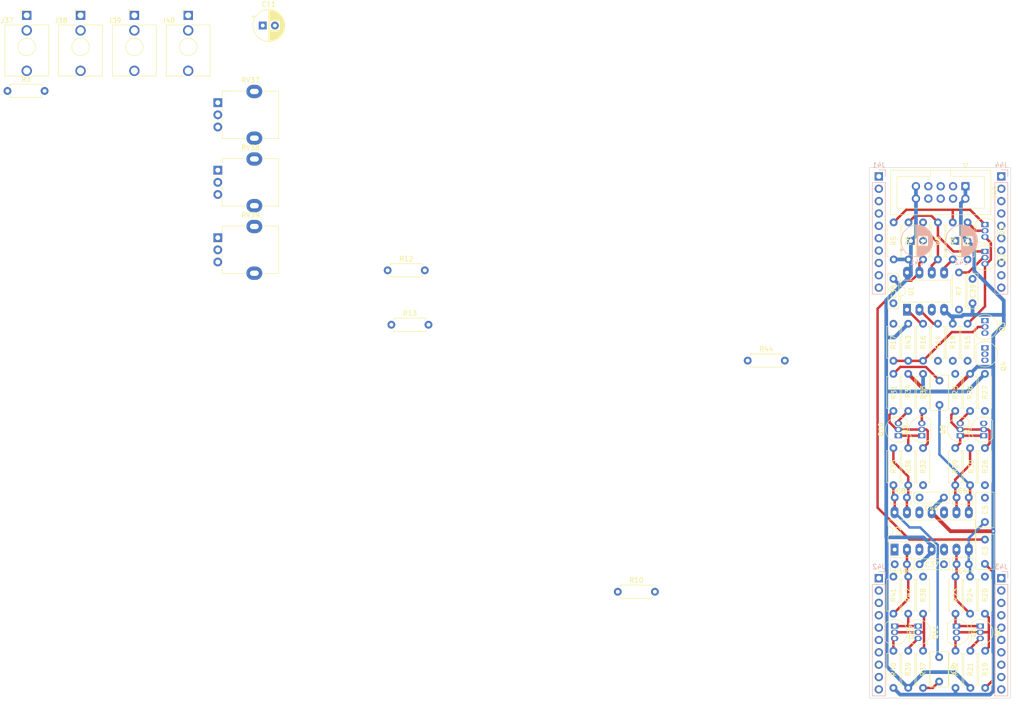
<source format=kicad_pcb>
(kicad_pcb (version 20221018) (generator pcbnew)
  (layers (0 "F.Cu" signal) (31 "B.Cu" signal) (34 "B.Paste" user) (35 "F.Paste" user) (36 "B.SilkS" user "B.Silkscreen") (37 "F.SilkS" user "F.Silkscreen") (38 "B.Mask" user) (39 "F.Mask" user) (44 "Edge.Cuts" user))
  (net 0 "")
  (net 1 "Net-(C3-Pad1)")
  (net 2 "Net-(C3-Pad2)")
  (net 3 "Net-(U2B--)")
  (net 4 "Net-(C4-Pad2)")
  (net 5 "Net-(C5-Pad2)")
  (net 6 "Net-(U2C--)")
  (net 7 "Net-(C6-Pad2)")
  (net 8 "Net-(C7-Pad2)")
  (net 9 "Net-(U2D--)")
  (net 10 "Net-(C8-Pad2)")
  (net 11 "Net-(C9-Pad2)")
  (net 12 "Net-(U2A--)")
  (net 13 "Net-(C10-Pad2)")
  (net 14 "Net-(C11-Pad2)")
  (net 15 "GND")
  (net 16 "+12V")
  (net 17 "-12V")
  (net 18 "Net-(J37-PadT)")
  (net 19 "Net-(J38-PadT)")
  (net 20 "Net-(J39-PadT)")
  (net 21 "Net-(Q1-C)")
  (net 22 "Net-(Q1-B)")
  (net 23 "Net-(Q1-E)")
  (net 24 "Net-(Q2-C)")
  (net 25 "Net-(Q2-B)")
  (net 26 "Net-(Q3-B)")
  (net 27 "Net-(Q3-E)")
  (net 28 "Net-(Q4-C)")
  (net 29 "Net-(Q5-C)")
  (net 30 "Net-(Q5-B)")
  (net 31 "Net-(Q5-E)")
  (net 32 "Net-(Q6-E)")
  (net 33 "Net-(Q7-C)")
  (net 34 "Net-(Q7-B)")
  (net 35 "Net-(Q7-E)")
  (net 36 "Net-(Q8-E)")
  (net 37 "Net-(Q10-C)")
  (net 38 "Net-(Q10-B)")
  (net 39 "Net-(Q9-E)")
  (net 40 "Net-(Q10-E)")
  (net 41 "Net-(Q11-C)")
  (net 42 "Net-(Q11-B)")
  (net 43 "Net-(Q11-E)")
  (net 44 "Net-(Q12-E)")
  (net 45 "Net-(U1B--)")
  (net 46 "Net-(U1B-+)")
  (net 47 "Net-(R12-Pad1)")
  (net 48 "Net-(U1A--)")
  (net 49 "Net-(R13-Pad1)")
  (net 50 "Net-(R14-Pad2)")
  (net 51 "Net-(R44-Pad1)")
  (footprint "Capacitor_THT:CP_Radial_D6.3mm_P2.50mm" (layer "F.Cu") (at 75.438 20.828)
    (fp_text reference "C11")
    (fp_text value "10µ")
  )
  (footprint "Capacitor_THT:C_Rect_L7.0mm_W2.0mm_P5.00mm" (layer "F.Cu") (at 215.292 117.796 180)
    (fp_text reference "C40")
    (fp_text value "100n")
  )
  (footprint "Connector_Audio:Jack_3.5mm_QingPu_WQP-PJ398SM_Vertical_CircularHoles" (layer "F.Cu") (at 49.086759 18.732)
    (fp_text reference "J39")
    (fp_text value "In")
  )
  (footprint "Package_TO_SOT_THT:TO-92_Inline" (layer "F.Cu") (at 210.76 105.096 90)
    (fp_text reference "Q9")
    (fp_text value "BC557")
  )
  (footprint "Capacitor_THT:C_Rect_L7.0mm_W3.5mm_P5.00mm" (layer "F.Cu") (at 214.376 98.766 90)
    (fp_text reference "C7")
    (fp_text value "680n")
  )
  (footprint "Resistor_THT:R_Axial_DIN0207_L6.3mm_D2.5mm_P7.62mm_Horizontal" (layer "F.Cu") (at 204.918 141.672 90)
    (fp_text reference "R41")
    (fp_text value "120k")
  )
  (footprint "Capacitor_THT:C_Rect_L7.0mm_W2.0mm_P5.00mm" (layer "F.Cu") (at 215.292 131.512 180)
    (fp_text reference "C37")
    (fp_text value "100n")
  )
  (footprint "Resistor_THT:R_Axial_DIN0207_L6.3mm_D2.5mm_P7.62mm_Horizontal" (layer "F.Cu") (at 207.966 100.016 90)
    (fp_text reference "R34")
    (fp_text value "22k")
  )
  (footprint "Resistor_THT:R_Axial_DIN0207_L6.3mm_D2.5mm_P7.62mm_Horizontal" (layer "F.Cu") (at 207.966 156.912 90)
    (fp_text reference "R39")
    (fp_text value "22k")
  )
  (footprint "Potentiometer_THT:Potentiometer_Alpha_RD901F-40-00D_Single_Vertical" (layer "F.Cu") (at 66.216759 36.672)
    (fp_text reference "RV37")
    (fp_text value "CV1")
  )
  (footprint "Resistor_THT:R_Axial_DIN0207_L6.3mm_D2.5mm_P7.62mm_Horizontal" (layer "F.Cu") (at 148.336 137.16)
    (fp_text reference "R10")
    (fp_text value "150k")
  )
  (footprint "Resistor_THT:R_Axial_DIN0207_L6.3mm_D2.5mm_P7.62mm_Horizontal" (layer "F.Cu") (at 214.062 61.267805 -90)
    (fp_text reference "R8")
    (fp_text value "15k")
  )
  (footprint "Resistor_THT:R_Axial_DIN0207_L6.3mm_D2.5mm_P7.62mm_Horizontal" (layer "F.Cu") (at 211.014 82.095805 -90)
    (fp_text reference "R16")
    (fp_text value "100k")
  )
  (footprint "Package_TO_SOT_THT:TO-92_Inline" (layer "F.Cu") (at 223.714 87.062 -90)
    (fp_text reference "Q4")
    (fp_text value "BC547")
  )
  (footprint "Connector_Audio:Jack_3.5mm_QingPu_WQP-PJ398SM_Vertical_CircularHoles" (layer "F.Cu") (at 60.136759 18.732)
    (fp_text reference "J40")
    (fp_text value "Out")
  )
  (footprint "Resistor_THT:R_Axial_DIN0207_L6.3mm_D2.5mm_P7.62mm_Horizontal" (layer "F.Cu") (at 207.966 107.636 -90)
    (fp_text reference "R36")
    (fp_text value "10k")
  )
  (footprint "Resistor_THT:R_Axial_DIN0207_L6.3mm_D2.5mm_P7.62mm_Horizontal" (layer "F.Cu") (at 214.062 82.095805 -90)
    (fp_text reference "R14")
    (fp_text value "150k")
  )
  (footprint "Capacitor_THT:C_Rect_L7.0mm_W3.5mm_P5.00mm" (layer "F.Cu") (at 223.714 122.836 90)
    (fp_text reference "C5")
    (fp_text value "680n")
  )
  (footprint "Capacitor_THT:C_Rect_L7.0mm_W2.0mm_P5.00mm" (layer "F.Cu") (at 221.174 77.878 90)
    (fp_text reference "C39")
    (fp_text value "100n")
  )
  (footprint "Capacitor_THT:C_Rect_L7.0mm_W2.0mm_P5.00mm" (layer "F.Cu") (at 204.918 77.878 90)
    (fp_text reference "C38")
    (fp_text value "100n")
  )
  (footprint "Resistor_THT:R_Axial_DIN0207_L6.3mm_D2.5mm_P7.62mm_Horizontal" (layer "F.Cu") (at 211.014 141.672 90)
    (fp_text reference "R38")
    (fp_text value "68k")
  )
  (footprint "Capacitor_THT:C_Rect_L4.0mm_W2.5mm_P2.50mm" (layer "F.Cu") (at 207.692 117.796 180)
    (fp_text reference "C8")
    (fp_text value "27p")
  )
  (footprint "Resistor_THT:R_Axial_DIN0207_L6.3mm_D2.5mm_P7.62mm_Horizontal" (layer "F.Cu") (at 217.11 89.715805 90)
    (fp_text reference "R18")
    (fp_text value "18k")
  )
  (footprint "Resistor_THT:R_Axial_DIN0207_L6.3mm_D2.5mm_P7.62mm_Horizontal" (layer "F.Cu") (at 207.966 141.672 90)
    (fp_text reference "R42")
    (fp_text value "10k")
  )
  (footprint "Package_TO_SOT_THT:TO-92_Inline" (layer "F.Cu") (at 223.714 81.474 -90)
    (fp_text reference "Q3")
    (fp_text value "BC547")
  )
  (footprint "Resistor_THT:R_Axial_DIN0207_L6.3mm_D2.5mm_P7.62mm_Horizontal" (layer "F.Cu") (at 217.672 149.292 -90)
    (fp_text reference "R22")
    (fp_text value "22k")
  )
  (footprint "Resistor_THT:R_Axial_DIN0207_L6.3mm_D2.5mm_P7.62mm_Horizontal" (layer "F.Cu") (at 220.158 61.267805 -90)
    (fp_text reference "R4")
    (fp_text value "820R")
  )
  (footprint "Resistor_THT:R_Axial_DIN0207_L6.3mm_D2.5mm_P7.62mm_Horizontal" (layer "F.Cu") (at 211.014 107.636 -90)
    (fp_text reference "R32")
    (fp_text value "68k")
  )
  (footprint "Capacitor_THT:C_Rect_L7.0mm_W3.5mm_P5.00mm" (layer "F.Cu") (at 214.316 150.602 -90)
    (fp_text reference "C9")
    (fp_text value "680n")
  )
  (footprint "Package_DIP:DIP-8_W7.62mm_LongPads" (layer "F.Cu") (at 207.722 79.203 90)
    (fp_text reference "U1")
    (fp_text value "TL072")
  )
  (footprint "Package_TO_SOT_THT:TO-92_Inline" (layer "F.Cu") (at 217.872 144.212 -90)
    (fp_text reference "Q6")
    (fp_text value "BC547")
  )
  (footprint "Resistor_THT:R_Axial_DIN0207_L6.3mm_D2.5mm_P7.62mm_Horizontal" (layer "F.Cu") (at 223.714 141.672 90)
    (fp_text reference "R20")
    (fp_text value "68k")
  )
  (footprint "Resistor_THT:R_Axial_DIN0207_L6.3mm_D2.5mm_P7.62mm_Horizontal" (layer "F.Cu") (at 204.918 149.292 -90)
    (fp_text reference "R40")
    (fp_text value "22k")
  )
  (footprint "Connector_Audio:Jack_3.5mm_QingPu_WQP-PJ398SM_Vertical_CircularHoles" (layer "F.Cu") (at 38.036759 18.732)
    (fp_text reference "J38")
    (fp_text value "CV2")
  )
  (footprint "Package_TO_SOT_THT:TO-92_Inline" (layer "F.Cu") (at 223.7232 67.2338 -90)
    (fp_text reference "Q2")
    (fp_text value "BC547")
  )
  (footprint "Package_TO_SOT_THT:TO-92_Inline" (layer "F.Cu") (at 223.714 61.722 -90)
    (fp_text reference "Q1")
    (fp_text value "BC547")
  )
  (footprint "Resistor_THT:R_Axial_DIN0207_L6.3mm_D2.5mm_P7.62mm_Horizontal" (layer "F.Cu") (at 208.026 68.887805 90)
    (fp_text reference "R6")
    (fp_text value "15k")
  )
  (footprint "Package_TO_SOT_THT:TO-92_Inline" (layer "F.Cu") (at 205.934 105.096 90)
    (fp_text reference "Q10")
    (fp_text value "BC547")
  )
  (footprint "Resistor_THT:R_Axial_DIN0207_L6.3mm_D2.5mm_P7.62mm_Horizontal" (layer "F.Cu") (at 217.672 141.672 90)
    (fp_text reference "R23")
    (fp_text value "10k")
  )
  (footprint "Resistor_THT:R_Axial_DIN0207_L6.3mm_D2.5mm_P7.62mm_Horizontal" (layer "F.Cu") (at 223.714 92.396 -90)
    (fp_text reference "R27")
    (fp_text value "22k")
  )
  (footprint "Resistor_THT:R_Axial_DIN0207_L6.3mm_D2.5mm_P7.62mm_Horizontal" (layer "F.Cu") (at 217.618 92.396 -90)
    (fp_text reference "R25")
    (fp_text value "27k")
  )
  (footprint "Resistor_THT:R_Axial_DIN0207_L6.3mm_D2.5mm_P7.62mm_Horizontal" (layer "F.Cu") (at 207.966 82.095805 -90)
    (fp_text reference "R43")
    (fp_text value "120k")
  )
  (footprint "Resistor_THT:R_Axial_DIN0207_L6.3mm_D2.5mm_P7.62mm_Horizontal" (layer "F.Cu") (at 101.854 82.296)
    (fp_text reference "R13")
    (fp_text value "270k")
  )
  (footprint "Package_TO_SOT_THT:TO-92_Inline" (layer "F.Cu") (at 218.634 105.096 90)
    (fp_text reference "Q8")
    (fp_text value "BC547")
  )
  (footprint "Resistor_THT:R_Axial_DIN0207_L6.3mm_D2.5mm_P7.62mm_Horizontal" (layer "F.Cu") (at 101.092 71.12)
    (fp_text reference "R12")
    (fp_text value "270k")
  )
  (footprint "Resistor_THT:R_Axial_DIN0207_L6.3mm_D2.5mm_P7.62mm_Horizontal" (layer "F.Cu") (at 223.714 107.636 -90)
    (fp_text reference "R26")
    (fp_text value "68k")
  )
  (footprint "Resistor_THT:R_Axial_DIN0207_L6.3mm_D2.5mm_P7.62mm_Horizontal" (layer "F.Cu") (at 211.014 156.912 90)
    (fp_text reference "R37")
    (fp_text value "27k")
  )
  (footprint "Resistor_THT:R_Axial_DIN0207_L6.3mm_D2.5mm_P7.62mm_Horizontal" (layer "F.Cu") (at 223.768 156.912 90)
    (fp_text reference "R19")
    (fp_text value "27k")
  )
  (footprint "Capacitor_THT:C_Rect_L4.0mm_W2.5mm_P2.50mm" (layer "F.Cu") (at 217.892 131.512)
    (fp_text reference "C4")
    (fp_text value "27p")
  )
  (footprint "Resistor_THT:R_Axial_DIN0207_L6.3mm_D2.5mm_P7.62mm_Horizontal" (layer "F.Cu") (at 204.918 89.715805 90)
    (fp_text reference "R17")
    (fp_text value "1.5k")
  )
  (footprint "Package_TO_SOT_THT:TO-92_Inline" (layer "F.Cu") (at 209.998 144.212 -90)
    (fp_text reference "Q11")
    (fp_text value "BC557")
  )
  (footprint "Resistor_THT:R_Axial_DIN0207_L6.3mm_D2.5mm_P7.62mm_Horizontal" (layer "F.Cu") (at 204.918 92.396 -90)
    (fp_text reference "R31")
    (fp_text value "27k")
  )
  (footprint "Package_DIP:DIP-14_W7.62mm_LongPads" (layer "F.Cu") (at 205.167 128.479 90)
    (fp_text reference "U2")
    (fp_text value "TL074")
  )
  (footprint "Resistor_THT:R_Axial_DIN0207_L6.3mm_D2.5mm_P7.62mm_Horizontal" (layer "F.Cu") (at 211.014 92.396 -90)
    (fp_text reference "R33")
    (fp_text value "22k")
  )
  (footprint "Resistor_THT:R_Axial_DIN0207_L6.3mm_D2.5mm_P7.62mm_Horizontal" (layer "F.Cu") (at 217.11 61.267805 -90)
    (fp_text reference "R9")
    (fp_text value "15k")
  )
  (footprint "Package_TO_SOT_THT:TO-92_Inline" (layer "F.Cu") (at 205.172 144.212 -90)
    (fp_text reference "Q12")
    (fp_text value "BC547")
  )
  (footprint "Resistor_THT:R_Axial_DIN0207_L6.3mm_D2.5mm_P7.62mm_Horizontal" (layer "F.Cu") (at 220.666 141.672 90)
    (fp_text reference "R24")
    (fp_text value "120k")
  )
  (footprint "Potentiometer_THT:Potentiometer_Alpha_RD901F-40-00D_Single_Vertical" (layer "F.Cu") (at 66.216759 50.542)
    (fp_text reference "RV38")
    (fp_text value "CV2")
  )
  (footprint "Connector_IDC:IDC-Header_2x05_P2.54mm_Vertical" (layer "F.Cu") (at 219.71 53.848 -90)
    (fp_text reference "J45")
    (fp_text value "Conn_02x05_Odd_Even")
  )
  (footprint "Resistor_THT:R_Axial_DIN0207_L6.3mm_D2.5mm_P7.62mm_Horizontal" (layer "F.Cu") (at 220.666 107.636 -90)
    (fp_text reference "R30")
    (fp_text value "120k")
  )
  (footprint "Resistor_THT:R_Axial_DIN0207_L6.3mm_D2.5mm_P7.62mm_Horizontal" (layer "F.Cu") (at 220.158 82.095805 -90)
    (fp_text reference "R15")
    (fp_text value "10")
  )
  (footprint "Resistor_THT:R_Axial_DIN0207_L6.3mm_D2.5mm_P7.62mm_Horizontal" (layer "F.Cu") (at 204.918 107.636 -90)
    (fp_text reference "R35")
    (fp_text value "120k")
  )
  (footprint "Resistor_THT:R_Axial_DIN0207_L6.3mm_D2.5mm_P7.62mm_Horizontal" (layer "F.Cu") (at 217.618 107.636 -90)
    (fp_text reference "R29")
    (fp_text value "10k")
  )
  (footprint "Resistor_THT:R_Axial_DIN0207_L6.3mm_D2.5mm_P7.62mm_Horizontal" (layer "F.Cu") (at 220.72 156.912 90)
    (fp_text reference "R21")
    (fp_text value "22k")
  )
  (footprint "Resistor_THT:R_Axial_DIN0207_L6.3mm_D2.5mm_P7.62mm_Horizontal" (layer "F.Cu") (at 23.036759 34.262)
    (fp_text reference "R3")
    (fp_text value "120k")
  )
  (footprint "Connector_Audio:Jack_3.5mm_QingPu_WQP-PJ398SM_Vertical_CircularHoles" (layer "F.Cu") (at 26.986759 18.732)
    (fp_text reference "J37")
    (fp_text value "CV1")
  )
  (footprint "Capacitor_THT:C_Rect_L7.0mm_W3.5mm_P5.00mm" (layer "F.Cu") (at 223.714 126.432 -90)
    (fp_text reference "C3")
    (fp_text value "680n")
  )
  (footprint "Package_TO_SOT_THT:TO-92_Inline" (layer "F.Cu") (at 223.46 105.096 90)
    (fp_text reference "Q7")
    (fp_text value "BC557")
  )
  (footprint "Capacitor_THT:C_Rect_L4.0mm_W2.5mm_P2.50mm" (layer "F.Cu") (at 207.692 131.512 180)
    (fp_text reference "C10")
    (fp_text value "27p")
  )
  (footprint "Resistor_THT:R_Axial_DIN0207_L6.3mm_D2.5mm_P7.62mm_Horizontal" (layer "F.Cu") (at 204.978 68.887805 90)
    (fp_text reference "R5")
    (fp_text value "15k")
  )
  (footprint "Resistor_THT:R_Axial_DIN0207_L6.3mm_D2.5mm_P7.62mm_Horizontal" (layer "F.Cu") (at 175.006 89.662)
    (fp_text reference "R44")
    (fp_text value "270k")
  )
  (footprint "Resistor_THT:R_Axial_DIN0207_L6.3mm_D2.5mm_P7.62mm_Horizontal" (layer "F.Cu") (at 220.666 100.016 90)
    (fp_text reference "R28")
    (fp_text value "22k")
  )
  (footprint "Capacitor_THT:C_Rect_L4.0mm_W2.5mm_P2.50mm" (layer "F.Cu") (at 217.892 117.796)
    (fp_text reference "C6")
    (fp_text value "27p")
  )
  (footprint "Package_TO_SOT_THT:TO-92_Inline" (layer "F.Cu") (at 222.752 144.212 -90)
    (fp_text reference "Q5")
    (fp_text value "BC557")
  )
  (footprint "Resistor_THT:R_Axial_DIN0207_L6.3mm_D2.5mm_P7.62mm_Horizontal" (layer "F.Cu") (at 211.014 61.27 -90)
    (fp_text reference "R11")
    (fp_text value "150k")
  )
  (footprint "Potentiometer_THT:Potentiometer_Alpha_RD901F-40-00D_Single_Vertical" (layer "F.Cu") (at 66.216759 64.412)
    (fp_text reference "RV39")
    (fp_text value "Shape")
  )
  (footprint "Resistor_THT:R_Axial_DIN0207_L6.3mm_D2.5mm_P7.62mm_Horizontal" (layer "F.Cu") (at 218.38 71.568 -90)
    (fp_text reference "R7")
    (fp_text value "1k")
  )
  (footprint "Connector_PinHeader_2.54mm:PinHeader_1x10_P2.54mm_Vertical" (layer "B.Cu") (at 201.93 134.366 180)
    (fp_text reference "J42")
    (fp_text value "Conn_01x10")
  )
  (footprint "Connector_PinHeader_2.54mm:PinHeader_1x10_P2.54mm_Vertical" (layer "B.Cu") (at 201.93 51.821 180)
    (fp_text reference "J41")
    (fp_text value "Conn_01x10")
  )
  (footprint "Capacitor_THT:CP_Radial_D6.3mm_P2.50mm" (layer "B.Cu") (at 217.658 65.077805)
    (fp_text reference "C42")
    (fp_text value "47uf")
  )
  (footprint "Capacitor_THT:CP_Radial_D6.3mm_P2.50mm" (layer "B.Cu") (at 208.514 65.08)
    (fp_text reference "C41")
    (fp_text value "47uf")
  )
  (footprint "Connector_PinHeader_2.54mm:PinHeader_1x10_P2.54mm_Vertical" (layer "B.Cu") (at 227.076 51.821 180)
    (fp_text reference "J44")
    (fp_text value "Conn_01x10")
  )
  (footprint "Connector_PinHeader_2.54mm:PinHeader_1x10_P2.54mm_Vertical" (layer "B.Cu") (at 227.076 134.366 180)
    (fp_text reference "J43")
    (fp_text value "Conn_01x10")
  )
  (gr_rect (start 200 50) (end 229 159) (stroke (width 0.1)) (fill none) (layer "Edge.Cuts"))
  (segment (start 210.262 69.642) (end 211.014 68.89) (width 0.508) (layer "F.Cu") (net 1))
  (segment (start 210.262 71.583) (end 208.608 73.237) (width 0.508) (layer "F.Cu") (net 1))
  (segment (start 208.608 73.237) (end 207.433 73.237) (width 0.508) (layer "F.Cu") (net 1))
  (segment (start 201.676 119.888) (end 208.22 126.432) (width 0.508) (layer "F.Cu") (net 1))
  (segment (start 207.433 73.237) (end 201.676 78.994) (width 0.508) (layer "F.Cu") (net 1))
  (segment (start 210.262 71.583) (end 210.262 69.642) (width 0.508) (layer "F.Cu") (net 1))
  (segment (start 201.676 78.994) (end 201.676 119.888) (width 0.508) (layer "F.Cu") (net 1))
  (segment (start 208.22 126.432) (end 223.714 126.432) (width 0.508) (layer "F.Cu") (net 1))
  (segment (start 225.552 133.27) (end 223.714 131.432) (width 0.508) (layer "F.Cu") (net 2))
  (segment (start 223.768 156.912) (end 225.552 155.128) (width 0.508) (layer "F.Cu") (net 2))
  (segment (start 225.552 155.128) (end 225.552 133.27) (width 0.508) (layer "F.Cu") (net 2))
  (segment (start 217.867 128.479) (end 217.867 131.487) (width 0.508) (layer "F.Cu") (net 3))
  (segment (start 217.892 133.832) (end 217.672 134.052) (width 0.508) (layer "F.Cu") (net 3))
  (segment (start 217.672 138.678) (end 220.666 141.672) (width 0.508) (layer "F.Cu") (net 3))
  (segment (start 217.867 131.487) (end 217.892 131.512) (width 0.508) (layer "F.Cu") (net 3))
  (segment (start 217.672 134.052) (end 217.672 138.678) (width 0.508) (layer "F.Cu") (net 3))
  (segment (start 217.892 131.512) (end 217.892 133.832) (width 0.508) (layer "F.Cu") (net 3))
  (segment (start 220.407 128.479) (end 220.407 126.143) (width 0.508) (layer "B.Cu") (net 4))
  (segment (start 220.407 126.143) (end 223.714 122.836) (width 0.508) (layer "B.Cu") (net 4))
  (segment (start 220.392 131.512) (end 220.392 128.494) (width 0.508) (layer "B.Cu") (net 4))
  (segment (start 220.392 128.494) (end 220.407 128.479) (width 0.508) (layer "B.Cu") (net 4))
  (segment (start 220.666 131.786) (end 220.392 131.512) (width 0.508) (layer "B.Cu") (net 4))
  (segment (start 220.666 134.052) (end 220.666 131.786) (width 0.508) (layer "B.Cu") (net 4))
  (segment (start 217.618 115.256) (end 217.618 117.522) (width 0.508) (layer "F.Cu") (net 6))
  (segment (start 220.666 107.636) (end 220.666 111.058) (width 0.508) (layer "F.Cu") (net 6))
  (segment (start 220.666 111.058) (end 217.618 114.106) (width 0.508) (layer "F.Cu") (net 6))
  (segment (start 217.892 117.796) (end 217.892 120.834) (width 0.508) (layer "F.Cu") (net 6))
  (segment (start 217.892 120.834) (end 217.867 120.859) (width 0.508) (layer "F.Cu") (net 6))
  (segment (start 217.618 114.106) (end 217.618 115.256) (width 0.508) (layer "F.Cu") (net 6))
  (segment (start 217.618 117.522) (end 217.892 117.796) (width 0.508) (layer "F.Cu") (net 6))
  (segment (start 220.666 115.256) (end 220.666 117.522) (width 0.508) (layer "F.Cu") (net 7))
  (segment (start 220.392 120.844) (end 220.407 120.859) (width 0.508) (layer "F.Cu") (net 7))
  (segment (start 220.392 117.796) (end 220.392 120.844) (width 0.508) (layer "F.Cu") (net 7))
  (segment (start 220.666 117.522) (end 220.392 117.796) (width 0.508) (layer "F.Cu") (net 7))
  (segment (start 214.376 108.966) (end 220.666 115.256) (width 0.508) (layer "B.Cu") (net 7))
  (segment (start 214.376 98.766) (end 214.376 108.966) (width 0.508) (layer "B.Cu") (net 7))
  (segment (start 204.918 92.396) (end 206.382 90.932) (width 0.508) (layer "F.Cu") (net 8))
  (segment (start 211.579805 90.969805) (end 214.376 93.766) (width 0.508) (layer "F.Cu") (net 8))
  (segment (start 206.419805 90.969805) (end 211.579805 90.969805) (width 0.508) (layer "F.Cu") (net 8))
  (segment (start 206.382 90.932) (end 206.419805 90.969805) (width 0.508) (layer "F.Cu") (net 8))
  (segment (start 207.692 117.796) (end 207.692 120.844) (width 0.508) (layer "F.Cu") (net 9))
  (segment (start 207.966 113.478) (end 207.966 115.256) (width 0.508) (layer "F.Cu") (net 9))
  (segment (start 207.692 120.844) (end 207.707 120.859) (width 0.508) (layer "F.Cu") (net 9))
  (segment (start 207.966 117.522) (end 207.692 117.796) (width 0.508) (layer "F.Cu") (net 9))
  (segment (start 207.966 115.256) (end 207.966 117.522) (width 0.508) (layer "F.Cu") (net 9))
  (segment (start 204.918 107.636) (end 204.918 110.43) (width 0.508) (layer "F.Cu") (net 9))
  (segment (start 204.918 110.43) (end 207.966 113.478) (width 0.508) (layer "F.Cu") (net 9))
  (segment (start 204.918 115.256) (end 204.918 117.522) (width 0.508) (layer "F.Cu") (net 10))
  (segment (start 204.918 117.522) (end 205.192 117.796) (width 0.508) (layer "F.Cu") (net 10))
  (segment (start 205.192 120.834) (end 205.167 120.859) (width 0.508) (layer "F.Cu") (net 10))
  (segment (start 205.192 117.796) (end 205.192 120.834) (width 0.508) (layer "F.Cu") (net 10))
  (segment (start 214.041 127.559576) (end 210.433424 123.952) (width 0.508) (layer "B.Cu") (net 10))
  (segment (start 214.041 129.398424) (end 214.041 127.559576) (width 0.508) (layer "B.Cu") (net 10))
  (segment (start 214.010712 150.296712) (end 214.010712 129.428712) (width 0.508) (layer "B.Cu") (net 10))
  (segment (start 210.433424 123.952) (end 208.26 123.952) (width 0.508) (layer "B.Cu") (net 10))
  (segment (start 214.316 150.602) (end 214.010712 150.296712) (width 0.508) (layer "B.Cu") (net 10))
  (segment (start 214.010712 129.428712) (end 214.041 129.398424) (width 0.508) (layer "B.Cu") (net 10))
  (segment (start 208.26 123.952) (end 205.167 120.859) (width 0.508) (layer "B.Cu") (net 10))
  (segment (start 211.014 156.912) (end 213.006 156.912) (width 0.508) (layer "F.Cu") (net 11))
  (segment (start 213.006 156.912) (end 214.316 155.602) (width 0.508) (layer "F.Cu") (net 11))
  (segment (start 207.692 133.778) (end 207.966 134.052) (width 0.508) (layer "F.Cu") (net 12))
  (segment (start 207.707 131.497) (end 207.692 131.512) (width 0.508) (layer "F.Cu") (net 12))
  (segment (start 207.966 138.624) (end 204.918 141.672) (width 0.508) (layer "F.Cu") (net 12))
  (segment (start 207.692 131.512) (end 207.692 133.778) (width 0.508) (layer "F.Cu") (net 12))
  (segment (start 207.966 134.052) (end 207.966 138.624) (width 0.508) (layer "F.Cu") (net 12))
  (segment (start 207.707 128.479) (end 207.707 131.497) (width 0.508) (layer "F.Cu") (net 12))
  (segment (start 223.714 92.396) (end 220.098 96.012) (width 0.762) (layer "B.Cu") (net 16))
  (segment (start 203.537 125.984) (end 211.074 125.984) (width 0.762) (layer "B.Cu") (net 16))
  (segment (start 207.722 71.583) (end 208.469 71.583) (width 0.762) (layer "B.Cu") (net 16))
  (segment (start 206.335 74.295) (end 206.375 74.295) (width 0.762) (layer "B.Cu") (net 16))
  (segment (start 212.787 127.697) (end 212.787 128.479) (width 0.762) (layer "B.Cu") (net 16))
  (segment (start 209.55 56.388) (end 209.55 64.044) (width 0.762) (layer "B.Cu") (net 16))
  (segment (start 203.537 84.919) (end 205.142805 84.919) (width 0.762) (layer "B.Cu") (net 16))
  (segment (start 207.966 156.912) (end 211.208 153.67) (width 0.762) (layer "B.Cu") (net 16))
  (segment (start 204.918 72.878) (end 206.335 74.295) (width 0.762) (layer "B.Cu") (net 16))
  (segment (start 211.074 125.984) (end 212.787 127.697) (width 0.762) (layer "B.Cu") (net 16))
  (segment (start 211.208 153.67) (end 217.478 153.67) (width 0.762) (layer "B.Cu") (net 16))
  (segment (start 203.454 83.82) (end 203.454 84.836) (width 0.762) (layer "B.Cu") (net 16))
  (segment (start 203.454 96.012) (end 203.454 83.82) (width 0.762) (layer "B.Cu") (net 16))
  (segment (start 203.537 125.984) (end 203.537 152.483) (width 0.762) (layer "B.Cu") (net 16))
  (segment (start 209.55 53.848) (end 209.55 56.388) (width 0.762) (layer "B.Cu") (net 16))
  (segment (start 211.014 92.396) (end 211.014 95.952) (width 0.762) (layer "B.Cu") (net 16))
  (segment (start 208.514 71.628) (end 208.514 72.156) (width 0.762) (layer "B.Cu") (net 16))
  (segment (start 203.454 125.901) (end 203.454 96.012) (width 0.762) (layer "B.Cu") (net 16))
  (segment (start 203.454 84.836) (end 203.537 84.919) (width 0.762) (layer "B.Cu") (net 16))
  (segment (start 217.478 153.67) (end 220.72 156.912) (width 0.762) (layer "B.Cu") (net 16))
  (segment (start 209.55 64.044) (end 208.514 65.08) (width 0.762) (layer "B.Cu") (net 16))
  (segment (start 205.142805 84.919) (end 207.966 82.095805) (width 0.762) (layer "B.Cu") (net 16))
  (segment (start 208.026 68.887805) (end 208.313805 68.887805) (width 0.762) (layer "B.Cu") (net 16))
  (segment (start 208.514 72.156) (end 206.375 74.295) (width 0.762) (layer "B.Cu") (net 16))
  (segment (start 212.787 129.017) (end 210.292 131.512) (width 0.762) (layer "B.Cu") (net 16))
  (segment (start 208.469 71.583) (end 208.514 71.628) (width 0.762) (layer "B.Cu") (net 16))
  (segment (start 203.537 125.984) (end 203.454 125.901) (width 0.762) (layer "B.Cu") (net 16))
  (segment (start 212.787 128.479) (end 212.787 129.017) (width 0.762) (layer "B.Cu") (net 16))
  (segment (start 208.313805 68.887805) (end 208.514 69.088) (width 0.762) (layer "B.Cu") (net 16))
  (segment (start 211.014 95.952) (end 211.074 96.012) (width 0.762) (layer "B.Cu") (net 16))
  (segment (start 204.978 68.887805) (end 208.026 68.887805) (width 0.762) (layer "B.Cu") (net 16))
  (segment (start 211.074 96.012) (end 203.454 96.012) (width 0.762) (layer "B.Cu") (net 16))
  (segment (start 206.375 74.295) (end 203.454 77.216) (width 0.762) (layer "B.Cu") (net 16))
  (segment (start 203.537 152.483) (end 207.966 156.912) (width 0.762) (layer "B.Cu") (net 16))
  (segment (start 208.514 65.08) (end 208.514 69.088) (width 0.762) (layer "B.Cu") (net 16))
  (segment (start 208.514 69.088) (end 208.514 71.628) (width 0.762) (layer "B.Cu") (net 16))
  (segment (start 203.454 77.216) (end 203.454 83.82) (width 0.762) (layer "B.Cu") (net 16))
  (segment (start 220.098 96.012) (end 211.074 96.012) (width 0.762) (layer "B.Cu") (net 16))
  (segment (start 212.787 120.859) (end 216.642 124.714) (width 0.762) (layer "F.Cu") (net 17))
  (segment (start 220.666 92.396) (end 217.05 96.012) (width 0.762) (layer "F.Cu") (net 17))
  (segment (start 211.582 96.012) (end 207.966 92.396) (width 0.762) (layer "F.Cu") (net 17))
  (segment (start 217.05 96.012) (end 211.582 96.012) (width 0.762) (layer "F.Cu") (net 17))
  (segment (start 216.642 124.714) (end 225.429 124.714) (width 0.762) (layer "F.Cu") (net 17))
  (via (at 225.429 124.714) (size 0.8) (drill 0.4) (layers "F.Cu" "B.Cu") (net 17))
  (segment (start 227.584 82.296) (end 225.429 84.451) (width 0.762) (layer "B.Cu") (net 17))
  (segment (start 218.952029 80.569) (end 217.17 80.569) (width 0.762) (layer "B.Cu") (net 17))
  (segment (start 220.158 65.077805) (end 221.539 66.458805) (width 0.762) (layer "B.Cu") (net 17))
  (segment (start 204.918 156.912) (end 206.299 158.293) (width 0.762) (layer "B.Cu") (net 17))
  (segment (start 212.787 120.301) (end 215.292 117.796) (width 0.762) (layer "B.Cu") (net 17))
  (segment (start 227.584 80.264) (end 220.98 80.264) (width 0.762) (layer "B.Cu") (net 17))
  (segment (start 217.17 80.569) (end 216.708 80.569) (width 0.762) (layer "B.Cu") (net 17))
  (segment (start 219.257029 80.264) (end 218.952029 80.569) (width 0.762) (layer "B.Cu") (net 17))
  (segment (start 225.429 90.932) (end 222.13 90.932) (width 0.762) (layer "B.Cu") (net 17))
  (segment (start 220.98 80.264) (end 221.174 80.07) (width 0.762) (layer "B.Cu") (net 17))
  (segment (start 219.71 53.848) (end 219.71 56.388) (width 0.762) (layer "B.Cu") (net 17))
  (segment (start 218.777 57.321) (end 218.777 63.696805) (width 0.762) (layer "B.Cu") (net 17))
  (segment (start 225.429 85.598) (end 225.429 90.932) (width 0.762) (layer "B.Cu") (net 17))
  (segment (start 220.98 80.264) (end 219.257029 80.264) (width 0.762) (layer "B.Cu") (net 17))
  (segment (start 225.429 90.932) (end 225.429 124.714) (width 0.762) (layer "B.Cu") (net 17))
  (segment (start 227.584 77.334971) (end 227.584 80.264) (width 0.762) (layer "B.Cu") (net 17))
  (segment (start 221.539 71.289971) (end 227.584 77.334971) (width 0.762) (layer "B.Cu") (net 17))
  (segment (start 221.174 80.07) (end 221.174 77.878) (width 0.762) (layer "B.Cu") (net 17))
  (segment (start 217.678 158.293) (end 215.646 158.293) (width 0.762) (layer "B.Cu") (net 17))
  (segment (start 216.708 80.569) (end 215.342 79.203) (width 0.762) (layer "B.Cu") (net 17))
  (segment (start 206.299 158.293) (end 215.646 158.293) (width 0.762) (layer "B.Cu") (net 17))
  (segment (start 224.739 158.293) (end 217.678 158.293) (width 0.762) (layer "B.Cu") (net 17))
  (segment (start 218.777 63.696805) (end 220.158 65.077805) (width 0.762) (layer "B.Cu") (net 17))
  (segment (start 222.13 90.932) (end 220.666 92.396) (width 0.762) (layer "B.Cu") (net 17))
  (segment (start 221.539 66.458805) (end 221.539 71.289971) (width 0.762) (layer "B.Cu") (net 17))
  (segment (start 225.429 84.451) (end 225.429 85.598) (width 0.762) (layer "B.Cu") (net 17))
  (segment (start 217.11 80.629) (end 217.11 82.095805) (width 0.762) (layer "B.Cu") (net 17))
  (segment (start 225.429 157.603) (end 224.739 158.293) (width 0.762) (layer "B.Cu") (net 17))
  (segment (start 225.429 124.714) (end 225.429 157.603) (width 0.762) (layer "B.Cu") (net 17))
  (segment (start 217.672 158.287) (end 217.678 158.293) (width 0.762) (layer "B.Cu") (net 17))
  (segment (start 227.584 80.264) (end 227.584 82.296) (width 0.762) (layer "B.Cu") (net 17))
  (segment (start 212.787 120.859) (end 212.787 120.301) (width 0.762) (layer "B.Cu") (net 17))
  (segment (start 219.71 56.388) (end 218.777 57.321) (width 0.762) (layer "B.Cu") (net 17))
  (segment (start 217.672 156.912) (end 217.672 158.287) (width 0.762) (layer "B.Cu") (net 17))
  (segment (start 217.17 80.569) (end 217.11 80.629) (width 0.762) (layer "B.Cu") (net 17))
  (segment (start 217.11 58.734) (end 217.17 58.674) (width 0.508) (layer "F.Cu") (net 21))
  (segment (start 217.11 61.267805) (end 217.11 58.734) (width 0.508) (layer "F.Cu") (net 21))
  (segment (start 217.17 58.674) (end 220.666 58.674) (width 0.508) (layer "F.Cu") (net 21))
  (segment (start 204.978 61.267805) (end 207.571805 58.674) (width 0.508) (layer "F.Cu") (net 21))
  (segment (start 207.571805 58.674) (end 217.17 58.674) (width 0.508) (layer "F.Cu") (net 21))
  (segment (start 220.666 58.674) (end 223.714 61.722) (width 0.508) (layer "F.Cu") (net 21))
  (segment (start 223.714 62.992) (end 221.882195 62.992) (width 0.508) (layer "F.Cu") (net 22))
  (segment (start 221.882195 62.992) (end 220.158 61.267805) (width 0.508) (layer "F.Cu") (net 22))
  (segment (start 224.062715 69.7738) (end 223.7232 69.7738) (width 0.508) (layer "F.Cu") (net 23))
  (segment (start 224.9272 65.4752) (end 224.9272 68.909315) (width 0.508) (layer "F.Cu") (net 23))
  (segment (start 220.158 82.095805) (end 223.7232 78.530605) (width 0.508) (layer "F.Cu") (net 23))
  (segment (start 223.714 64.262) (end 224.9272 65.4752) (width 0.508) (layer "F.Cu") (net 23))
  (segment (start 224.9272 68.909315) (end 224.062715 69.7738) (width 0.508) (layer "F.Cu") (net 23))
  (segment (start 223.7232 78.530605) (end 223.7232 69.7738) (width 0.508) (layer "F.Cu") (net 23))
  (segment (start 214.062 61.267805) (end 214.062 64.066381) (width 0.508) (layer "F.Cu") (net 24))
  (segment (start 209.403805 59.89) (end 212.684195 59.89) (width 0.508) (layer "F.Cu") (net 24))
  (segment (start 214.062 64.066381) (end 217.229419 67.2338) (width 0.508) (layer "F.Cu") (net 24))
  (segment (start 217.229419 67.2338) (end 223.7232 67.2338) (width 0.508) (layer "F.Cu") (net 24))
  (segment (start 208.026 61.267805) (end 209.403805 59.89) (width 0.508) (layer "F.Cu") (net 24))
  (segment (start 212.684195 59.89) (end 214.062 61.267805) (width 0.508) (layer "F.Cu") (net 24))
  (segment (start 218.38 71.568) (end 220.319485 71.568) (width 0.508) (layer "F.Cu") (net 25))
  (segment (start 223.383685 68.5038) (end 223.7232 68.5038) (width 0.508) (layer "F.Cu") (net 25))
  (segment (start 220.319485 71.568) (end 223.383685 68.5038) (width 0.508) (layer "F.Cu") (net 25))
  (segment (start 216.909805 83.82) (end 221.234 83.82) (width 0.508) (layer "F.Cu") (net 26))
  (segment (start 204.918 89.715805) (end 207.966 89.715805) (width 0.508) (layer "F.Cu") (net 26))
  (segment (start 211.014 89.715805) (end 216.909805 83.82) (width 0.508) (layer "F.Cu") (net 26))
  (segment (start 207.966 89.715805) (end 211.014 89.715805) (width 0.508) (layer "F.Cu") (net 26))
  (segment (start 222.31 82.744) (end 223.714 82.744) (width 0.508) (layer "F.Cu") (net 26))
  (segment (start 221.234 83.82) (end 222.31 82.744) (width 0.508) (layer "F.Cu") (net 26))
  (segment (start 217.672 141.672) (end 217.672 144.012) (width 0.508) (layer "F.Cu") (net 29))
  (segment (start 217.672 144.012) (end 217.872 144.212) (width 0.508) (layer "F.Cu") (net 29))
  (segment (start 217.872 144.212) (end 222.752 144.212) (width 0.508) (layer "F.Cu") (net 29))
  (segment (start 222.752 145.482) (end 224.319999 145.482) (width 0.508) (layer "F.Cu") (net 30))
  (segment (start 224.319999 145.482) (end 224.513999 145.288) (width 0.508) (layer "F.Cu") (net 30))
  (segment (start 224.513999 142.471999) (end 224.513999 145.288) (width 0.508) (layer "F.Cu") (net 30))
  (segment (start 223.714 141.672) (end 224.513999 142.471999) (width 0.508) (layer "F.Cu") (net 30))
  (segment (start 217.872 145.482) (end 222.752 145.482) (width 0.508) (layer "F.Cu") (net 30))
  (segment (start 224.513999 145.288) (end 224.513999 148.546001) (width 0.508) (layer "F.Cu") (net 30))
  (segment (start 224.513999 148.546001) (end 223.768 149.292) (width 0.508) (layer "F.Cu") (net 30))
  (segment (start 220.72 148.784) (end 222.752 146.752) (width 0.508) (layer "F.Cu") (net 31))
  (segment (start 220.72 149.292) (end 220.72 148.784) (width 0.508) (layer "F.Cu") (net 31))
  (segment (start 217.672 146.952) (end 217.872 146.752) (width 0.508) (layer "F.Cu") (net 32))
  (segment (start 217.672 149.292) (end 217.672 146.952) (width 0.508) (layer "F.Cu") (net 32))
  (segment (start 218.634 106.62) (end 217.618 107.636) (width 0.508) (layer "F.Cu") (net 33))
  (segment (start 218.634 105.096) (end 218.634 106.62) (width 0.508) (layer "F.Cu") (net 33))
  (segment (start 218.634 105.096) (end 223.46 105.096) (width 0.508) (layer "F.Cu") (net 33))
  (segment (start 224.664 104.117) (end 224.664 106.686) (width 0.508) (layer "F.Cu") (net 34))
  (segment (start 223.46 103.826) (end 224.373 103.826) (width 0.508) (layer "F.Cu") (net 34))
  (segment (start 216.818001 100.815999) (end 217.618 100.016) (width 0.508) (layer "F.Cu") (net 34))
  (segment (start 218.634 103.826) (end 218.294485 103.826) (width 0.508) (layer "F.Cu") (net 34))
  (segment (start 216.818001 102.349516) (end 216.818001 100.815999) (width 0.508) (layer "F.Cu") (net 34))
  (segment (start 218.294485 103.826) (end 216.818001 102.349516) (width 0.508) (layer "F.Cu") (net 34))
  (segment (start 224.664 106.686) (end 223.714 107.636) (width 0.508) (layer "F.Cu") (net 34))
  (segment (start 218.634 103.826) (end 223.46 103.826) (width 0.508) (layer "F.Cu") (net 34))
  (segment (start 224.373 103.826) (end 224.664 104.117) (width 0.508) (layer "F.Cu") (net 34))
  (segment (start 218.634 102.048) (end 220.666 100.016) (width 0.508) (layer "F.Cu") (net 36))
  (segment (start 218.634 102.556) (end 218.634 102.048) (width 0.508) (layer "F.Cu") (net 36))
  (segment (start 205.934 105.096) (end 208.026 105.096) (width 0.508) (layer "F.Cu") (net 37))
  (segment (start 208.026 105.096) (end 210.76 105.096) (width 0.508) (layer "F.Cu") (net 37))
  (segment (start 207.966 107.636) (end 207.966 105.156) (width 0.508) (layer "F.Cu") (net 37))
  (segment (start 207.966 105.156) (end 208.026 105.096) (width 0.508) (layer "F.Cu") (net 37))
  (segment (start 204.918 100.016) (end 204.118001 100.815999) (width 0.508) (layer "F.Cu") (net 38))
  (segment (start 204.118001 102.349516) (end 205.594485 103.826) (width 0.508) (layer "F.Cu") (net 38))
  (segment (start 210.76 103.826) (end 211.673 103.826) (width 0.508) (layer "F.Cu") (net 38))
  (segment (start 211.673 103.826) (end 211.964 104.117) (width 0.508) (layer "F.Cu") (net 38))
  (segment (start 205.934 103.826) (end 210.76 103.826) (width 0.508) (layer "F.Cu") (net 38))
  (segment (start 211.964 104.117) (end 211.964 106.686) (width 0.508) (layer "F.Cu") (net 38))
  (segment (start 204.118001 100.815999) (end 204.118001 102.349516) (width 0.508) (layer "F.Cu") (net 38))
  (segment (start 205.594485 103.826) (end 205.934 103.826) (width 0.508) (layer "F.Cu") (net 38))
  (segment (start 211.964 106.686) (end 211.014 107.636) (width 0.508) (layer "F.Cu") (net 38))
  (segment (start 210.76 102.556) (end 210.76 100.27) (width 0.508) (layer "F.Cu") (net 39))
  (segment (start 210.76 100.27) (end 211.014 100.016) (width 0.508) (layer "F.Cu") (net 39))
  (segment (start 205.934 102.556) (end 205.934 102.048) (width 0.508) (layer "F.Cu") (net 40))
  (segment (start 205.934 102.048) (end 207.966 100.016) (width 0.508) (layer "F.Cu") (net 40))
  (segment (start 208.026 144.212) (end 209.998 144.212) (width 0.508) (layer "F.Cu") (net 41))
  (segment (start 207.966 141.672) (end 207.966 144.152) (width 0.508) (layer "F.Cu") (net 41))
  (segment (start 205.172 144.212) (end 208.026 144.212) (width 0.508) (layer "F.Cu") (net 41))
  (segment (start 207.966 144.152) (end 208.026 144.212) (width 0.508) (layer "F.Cu") (net 41))
  (segment (start 211.202 141.86) (end 211.014 141.672) (width 0.508) (layer "F.Cu") (net 42))
  (segment (start 211.142 145.482) (end 211.202 145.542) (width 0.508) (layer "F.Cu") (net 42))
  (segment (start 209.998 145.482) (end 205.172 145.482) (width 0.508) (layer "F.Cu") (net 42))
  (segment (start 211.202 145.542) (end 211.202 141.86) (width 0.508) (layer "F.Cu") (net 42))
  (segment (start 211.014 149.292) (end 211.202 149.104) (width 0.508) (layer "F.Cu") (net 42))
  (segment (start 209.998 145.482) (end 211.142 145.482) (width 0.508) (layer "F.Cu") (net 42))
  (segment (start 211.202 149.104) (end 211.202 145.542) (width 0.508) (layer "F.Cu") (net 42))
  (segment (start 207.966 149.292) (end 207.966 148.784) (width 0.508) (layer "F.Cu") (net 43))
  (segment (start 207.966 148.784) (end 209.998 146.752) (width 0.508) (layer "F.Cu") (net 43))
  (segment (start 204.918 147.006) (end 205.172 146.752) (width 0.508) (layer "F.Cu") (net 44))
  (segment (start 204.918 149.292) (end 204.918 147.006) (width 0.508) (layer "F.Cu") (net 44))
  (segment (start 212.802 71.583) (end 212.802 70.147805) (width 0.508) (layer "F.Cu") (net 45))
  (segment (start 211.014 62.40137) (end 214.062 65.44937) (width 0.508) (layer "F.Cu") (net 45))
  (segment (start 214.062 65.44937) (end 214.062 68.887805) (width 0.508) (layer "F.Cu") (net 45))
  (segment (start 211.014 61.27) (end 211.014 62.40137) (width 0.508) (layer "F.Cu") (net 45))
  (segment (start 212.802 70.147805) (end 214.062 68.887805) (width 0.508) (layer "F.Cu") (net 45))
  (segment (start 215.342 71.583) (end 215.342 70.655805) (width 0.508) (layer "F.Cu") (net 46))
  (segment (start 215.342 70.655805) (end 217.11 68.887805) (width 0.508) (layer "F.Cu") (net 46))
  (segment (start 213.154805 82.095805) (end 210.262 79.203) (width 0.508) (layer "F.Cu") (net 48))
  (segment (start 214.062 82.095805) (end 213.154805 82.095805) (width 0.508) (layer "F.Cu") (net 48))
  (segment (start 210.614805 82.095805) (end 207.722 79.203) (width 0.508) (layer "F.Cu") (net 50))
  (segment (start 211.014 82.095805) (end 210.614805 82.095805) (width 0.508) (layer "F.Cu") (net 50))
)
</source>
